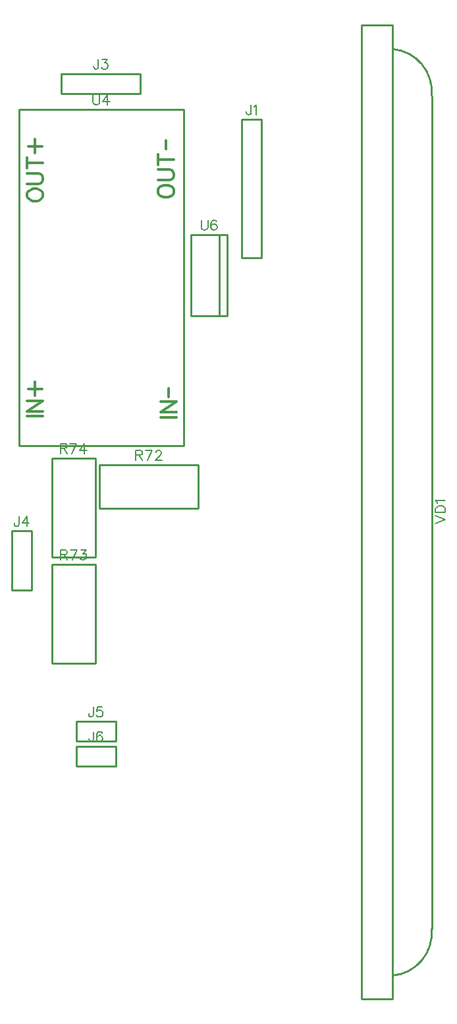
<source format=gbr>
G04 DipTrace 3.3.1.3*
G04 TopSilk.gbr*
%MOIN*%
G04 #@! TF.FileFunction,Legend,Top*
G04 #@! TF.Part,Single*
%ADD10C,0.009843*%
%ADD85C,0.00772*%
%ADD87C,0.012351*%
%FSLAX26Y26*%
G04*
G70*
G90*
G75*
G01*
G04 TopSilk*
%LPD*%
X1699951Y4181201D2*
D10*
X1799951D1*
X1699951Y4881201D2*
Y4181201D1*
Y4881201D2*
X1799951D1*
Y4181201D1*
X1187450Y5012450D2*
Y5112450D1*
X787450Y5012450D2*
X1187450D1*
X787450Y5112450D2*
X1187450D1*
X787450Y5012450D2*
Y5112450D1*
X537453Y2799953D2*
X637453D1*
Y2499953D1*
X537453D2*
X637453D1*
X537453Y2799953D2*
Y2499953D1*
X862451Y1837450D2*
Y1737450D1*
X1062451Y1837450D2*
X862451D1*
X1062451D2*
Y1737450D1*
X862451D1*
Y1712450D2*
Y1612450D1*
X1062451Y1712450D2*
X862451D1*
X1062451D2*
Y1612450D1*
X862451D1*
X1481202Y2914714D2*
X981202D1*
Y3135186D1*
X1481202D1*
Y2914714D1*
X739715Y2131201D2*
X960188D1*
Y2631201D1*
X739715D1*
Y2131201D1*
Y2668702D2*
X960188D1*
Y3168702D1*
X739715D1*
Y2668702D1*
X574965Y3231211D2*
X1406149D1*
Y4931211D1*
X574965D1*
Y3231211D1*
X1587200Y4298424D2*
Y3888975D1*
X1626626Y4298424D2*
Y3888975D1*
X1445524Y4298424D2*
Y3888975D1*
Y4298424D2*
X1626626D1*
X1445524Y3888975D2*
X1626626D1*
X2306841Y436073D2*
X2464336D1*
Y5357333D1*
X2306841D1*
Y436073D1*
X2465625Y5236762D2*
G02X2662494Y5000542I-19666J-216535D01*
G01*
X2465625Y552707D2*
G03X2662494Y788928I-19666J216535D01*
G01*
X2665109Y4999066D2*
Y786467D1*
X1748201Y4954424D2*
D85*
Y4916177D1*
X1745824Y4908992D1*
X1743392Y4906616D1*
X1738639Y4904184D1*
X1733831D1*
X1729078Y4906616D1*
X1726701Y4908992D1*
X1724269Y4916177D1*
Y4920931D1*
X1763640Y4944807D2*
X1768449Y4947239D1*
X1775634Y4954369D1*
Y4904184D1*
X974950Y5185673D2*
Y5147427D1*
X972573Y5140242D1*
X970141Y5137865D1*
X965388Y5135433D1*
X960580D1*
X955826Y5137865D1*
X953450Y5140242D1*
X951018Y5147427D1*
Y5152180D1*
X995197Y5185618D2*
X1021450D1*
X1007136Y5166495D1*
X1014321D1*
X1019074Y5164118D1*
X1021450Y5161741D1*
X1023882Y5154556D1*
Y5149803D1*
X1021450Y5142618D1*
X1016697Y5137810D1*
X1009512Y5135433D1*
X1002327D1*
X995197Y5137810D1*
X992821Y5140242D1*
X990389Y5144995D1*
X573764Y2873176D2*
Y2834929D1*
X571387Y2827744D1*
X568956Y2825368D1*
X564202Y2822936D1*
X559394D1*
X554641Y2825368D1*
X552264Y2827744D1*
X549832Y2834929D1*
Y2839682D1*
X613135Y2822936D2*
Y2873121D1*
X589203Y2839682D1*
X625073D1*
X949951Y1910673D2*
Y1872427D1*
X947574Y1865242D1*
X945143Y1862865D1*
X940389Y1860433D1*
X935581D1*
X930828Y1862865D1*
X928451Y1865242D1*
X926019Y1872427D1*
Y1877180D1*
X994075Y1910618D2*
X970199D1*
X967822Y1889118D1*
X970199Y1891495D1*
X977384Y1893927D1*
X984514D1*
X991699Y1891495D1*
X996507Y1886741D1*
X998884Y1879556D1*
Y1874803D1*
X996507Y1867618D1*
X991699Y1862810D1*
X984514Y1860433D1*
X977384D1*
X970199Y1862810D1*
X967822Y1865242D1*
X965390Y1869995D1*
X951167Y1785673D2*
Y1747427D1*
X948790Y1740242D1*
X946358Y1737865D1*
X941605Y1735433D1*
X936797D1*
X932044Y1737865D1*
X929667Y1740242D1*
X927235Y1747427D1*
Y1752180D1*
X995291Y1778488D2*
X992914Y1783241D1*
X985729Y1785618D1*
X980976D1*
X973791Y1783241D1*
X968983Y1776056D1*
X966606Y1764118D1*
Y1752180D1*
X968983Y1742618D1*
X973791Y1737810D1*
X980976Y1735433D1*
X983353D1*
X990483Y1737810D1*
X995291Y1742618D1*
X997668Y1749803D1*
Y1752180D1*
X995291Y1759365D1*
X990483Y1764118D1*
X983353Y1766495D1*
X980976D1*
X973791Y1764118D1*
X968983Y1759365D1*
X966606Y1752180D1*
X1165523Y3184478D2*
X1187023D1*
X1194208Y3186910D1*
X1196640Y3189286D1*
X1199016Y3194039D1*
Y3198848D1*
X1196640Y3203601D1*
X1194208Y3206033D1*
X1187023Y3208409D1*
X1165523D1*
Y3158169D1*
X1182270Y3184478D2*
X1199016Y3158169D1*
X1224017D2*
X1247949Y3208354D1*
X1214455D1*
X1265820Y3196416D2*
Y3198793D1*
X1268196Y3203601D1*
X1270573Y3205978D1*
X1275382Y3208354D1*
X1284943D1*
X1289696Y3205978D1*
X1292073Y3203601D1*
X1294505Y3198793D1*
Y3194039D1*
X1292073Y3189231D1*
X1287320Y3182101D1*
X1263388Y3158169D1*
X1296881D1*
X784272Y2680492D2*
X805772D1*
X812957Y2682924D1*
X815389Y2685301D1*
X817766Y2690054D1*
Y2694862D1*
X815389Y2699615D1*
X812957Y2702047D1*
X805772Y2704424D1*
X784272D1*
Y2654184D1*
X801019Y2680492D2*
X817766Y2654184D1*
X842766D2*
X866698Y2704369D1*
X833205D1*
X886946D2*
X913199D1*
X898884Y2685245D1*
X906069D1*
X910822Y2682869D1*
X913199Y2680492D1*
X915631Y2673307D1*
Y2668554D1*
X913199Y2661369D1*
X908446Y2656560D1*
X901261Y2654184D1*
X894076D1*
X886946Y2656560D1*
X884569Y2658992D1*
X882137Y2663745D1*
X783084Y3217993D2*
X804584D1*
X811769Y3220425D1*
X814201Y3222802D1*
X816577Y3227555D1*
Y3232364D1*
X814201Y3237117D1*
X811769Y3239549D1*
X804584Y3241925D1*
X783084D1*
Y3191685D1*
X799831Y3217993D2*
X816577Y3191685D1*
X841578D2*
X865510Y3241870D1*
X832016D1*
X904881Y3191685D2*
Y3241870D1*
X880949Y3208432D1*
X916819D1*
X948447Y5004434D2*
Y4968564D1*
X950823Y4961379D1*
X955632Y4956626D1*
X962817Y4954194D1*
X967570D1*
X974755Y4956626D1*
X979563Y4961379D1*
X981940Y4968564D1*
Y5004434D1*
X1021311Y4954194D2*
Y5004379D1*
X997379Y4970941D1*
X1033249D1*
X1496078Y4371647D2*
Y4335777D1*
X1498454Y4328592D1*
X1503263Y4323839D1*
X1510448Y4321407D1*
X1515201D1*
X1522386Y4323839D1*
X1527195Y4328592D1*
X1529571Y4335777D1*
Y4371647D1*
X1573695Y4364462D2*
X1571319Y4369215D1*
X1564134Y4371592D1*
X1559380D1*
X1552195Y4369215D1*
X1547387Y4362030D1*
X1545010Y4350092D1*
Y4338154D1*
X1547387Y4328592D1*
X1552195Y4323784D1*
X1559380Y4321407D1*
X1561757D1*
X1568887Y4323784D1*
X1573695Y4328592D1*
X1576072Y4335777D1*
Y4338154D1*
X1573695Y4345339D1*
X1568887Y4350092D1*
X1561757Y4352468D1*
X1559380D1*
X1552195Y4350092D1*
X1547387Y4345339D1*
X1545010Y4338154D1*
X2682068Y2839398D2*
X2732308Y2858521D1*
X2682068Y2877644D1*
Y2893083D2*
X2732308D1*
Y2909830D1*
X2729876Y2917015D1*
X2725123Y2921823D1*
X2720314Y2924200D1*
X2713184Y2926577D1*
X2701191D1*
X2694006Y2924200D1*
X2689253Y2921823D1*
X2684444Y2917015D1*
X2682068Y2909830D1*
Y2893083D1*
X2691685Y2942016D2*
X2689253Y2946824D1*
X2682123Y2954009D1*
X2732308D1*
X614575Y3381207D2*
D87*
X694959D1*
X614575Y3459499D2*
X694959D1*
X614575Y3405910D1*
X694959D1*
X620367Y3518602D2*
X689255D1*
X654855Y3484202D2*
Y3553090D1*
X1289553Y3374917D2*
X1369937D1*
X1289553Y3453209D2*
X1369937D1*
X1289553Y3399620D1*
X1369937D1*
X1329790Y3477912D2*
Y3522128D1*
X614575Y4491689D2*
X618378Y4483996D1*
X626071Y4476391D1*
X633676Y4472500D1*
X645172Y4468697D1*
X664362D1*
X675769Y4472500D1*
X683463Y4476391D1*
X691068Y4483996D1*
X694959Y4491689D1*
Y4506988D1*
X691068Y4514593D1*
X683463Y4522286D1*
X675769Y4526089D1*
X664362Y4529891D1*
X645172D1*
X633676Y4526089D1*
X626071Y4522286D1*
X618378Y4514593D1*
X614575Y4506988D1*
Y4491689D1*
Y4554594D2*
X671967D1*
X683463Y4558397D1*
X691068Y4566090D1*
X694959Y4577586D1*
Y4585191D1*
X691068Y4596687D1*
X683463Y4604381D1*
X671967Y4608184D1*
X614575D1*
Y4659681D2*
X694959D1*
X614575Y4632886D2*
Y4686476D1*
X620367Y4745578D2*
X689255D1*
X654855Y4711178D2*
Y4780066D1*
X1277077Y4510389D2*
X1280879Y4502696D1*
X1288573Y4495091D1*
X1296178Y4491200D1*
X1307674Y4487397D1*
X1326864D1*
X1338271Y4491200D1*
X1345965Y4495091D1*
X1353570Y4502696D1*
X1357461Y4510389D1*
Y4525688D1*
X1353570Y4533293D1*
X1345965Y4540986D1*
X1338271Y4544789D1*
X1326864Y4548591D1*
X1307674D1*
X1296178Y4544789D1*
X1288573Y4540986D1*
X1280880Y4533293D1*
X1277077Y4525688D1*
Y4510389D1*
Y4573294D2*
X1334469D1*
X1345965Y4577097D1*
X1353570Y4584790D1*
X1357461Y4596286D1*
Y4603891D1*
X1353570Y4615387D1*
X1345965Y4623081D1*
X1334469Y4626884D1*
X1277077D1*
Y4678381D2*
X1357461D1*
X1277077Y4651586D2*
Y4705176D1*
X1317313Y4729878D2*
Y4774094D1*
M02*

</source>
